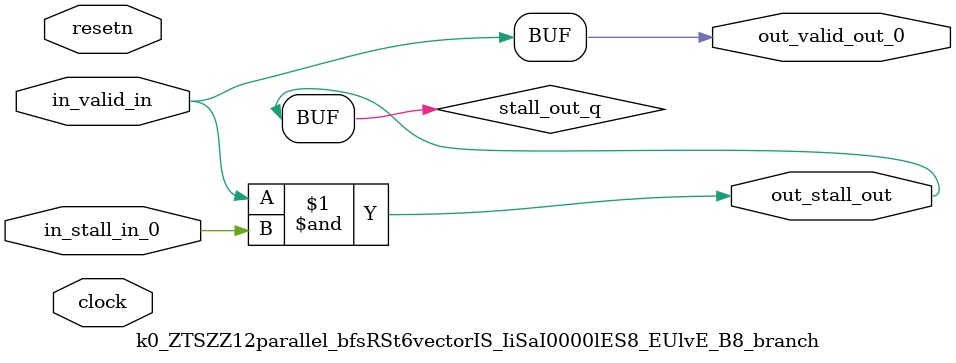
<source format=sv>



(* altera_attribute = "-name AUTO_SHIFT_REGISTER_RECOGNITION OFF; -name MESSAGE_DISABLE 10036; -name MESSAGE_DISABLE 10037; -name MESSAGE_DISABLE 14130; -name MESSAGE_DISABLE 14320; -name MESSAGE_DISABLE 15400; -name MESSAGE_DISABLE 14130; -name MESSAGE_DISABLE 10036; -name MESSAGE_DISABLE 12020; -name MESSAGE_DISABLE 12030; -name MESSAGE_DISABLE 12010; -name MESSAGE_DISABLE 12110; -name MESSAGE_DISABLE 14320; -name MESSAGE_DISABLE 13410; -name MESSAGE_DISABLE 113007; -name MESSAGE_DISABLE 10958" *)
module k0_ZTSZZ12parallel_bfsRSt6vectorIS_IiSaI0000lES8_EUlvE_B8_branch (
    input wire [0:0] in_stall_in_0,
    input wire [0:0] in_valid_in,
    output wire [0:0] out_stall_out,
    output wire [0:0] out_valid_out_0,
    input wire clock,
    input wire resetn
    );

    wire [0:0] stall_out_q;
    reg [0:0] rst_sync_rst_sclrn;


    // stall_out(LOGICAL,6)
    assign stall_out_q = in_valid_in & in_stall_in_0;

    // out_stall_out(GPOUT,4)
    assign out_stall_out = stall_out_q;

    // out_valid_out_0(GPOUT,5)
    assign out_valid_out_0 = in_valid_in;

    // rst_sync(RESETSYNC,7)
    acl_reset_handler #(
        .ASYNC_RESET(0),
        .USE_SYNCHRONIZER(1),
        .PULSE_EXTENSION(0),
        .PIPE_DEPTH(3),
        .DUPLICATE(1)
    ) therst_sync (
        .clk(clock),
        .i_resetn(resetn),
        .o_sclrn(rst_sync_rst_sclrn)
    );

endmodule

</source>
